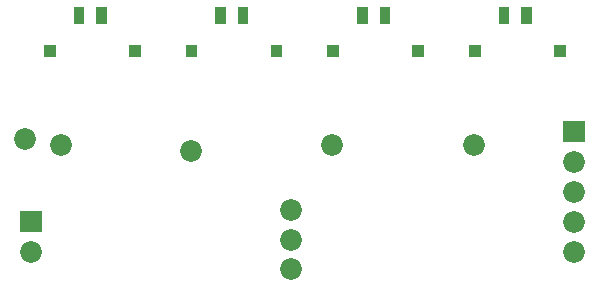
<source format=gbs>
G04 start of page 7 for group -4062 idx -4062 *
G04 Title: Das Blinkinput, soldermask *
G04 Creator: pcb 1.99z *
G04 CreationDate: Thu 04 Jun 2015 03:29:16 PM GMT UTC *
G04 For: eelco *
G04 Format: Gerber/RS-274X *
G04 PCB-Dimensions (mil): 3937.01 3937.01 *
G04 PCB-Coordinate-Origin: lower left *
%MOIN*%
%FSLAX25Y25*%
%LNBOTTOMMASK*%
%ADD47R,0.0354X0.0354*%
%ADD46C,0.0001*%
%ADD45C,0.0728*%
G54D45*X253937Y246063D03*
X206693D03*
G54D46*G36*
X283760Y254272D02*Y246988D01*
X291043D01*
Y254272D01*
X283760D01*
G37*
G54D45*X116142Y246063D03*
G54D46*G36*
X102657Y224272D02*Y216988D01*
X109941D01*
Y224272D01*
X102657D01*
G37*
G54D45*X106299Y210630D03*
X159449Y244094D03*
X104331Y248031D03*
X287402Y240630D03*
Y230630D03*
Y220630D03*
Y210630D03*
X192913Y204724D03*
Y214567D03*
Y224409D03*
G54D46*G36*
X233386Y279528D02*Y275591D01*
X237323D01*
Y279528D01*
X233386D01*
G37*
G54D47*X263976Y290354D02*Y288386D01*
X271457Y290354D02*Y288386D01*
G54D46*G36*
X252283Y279528D02*Y275591D01*
X256220D01*
Y279528D01*
X252283D01*
G37*
G36*
X280630D02*Y275591D01*
X284567D01*
Y279528D01*
X280630D01*
G37*
G54D47*X216732Y290354D02*Y288386D01*
X224213Y290354D02*Y288386D01*
G54D46*G36*
X205039Y279528D02*Y275591D01*
X208976D01*
Y279528D01*
X205039D01*
G37*
G36*
X186142D02*Y275591D01*
X190079D01*
Y279528D01*
X186142D01*
G37*
G36*
X110551D02*Y275591D01*
X114488D01*
Y279528D01*
X110551D01*
G37*
G54D47*X122244Y290354D02*Y288386D01*
X129724Y290354D02*Y288386D01*
G54D46*G36*
X138898Y279528D02*Y275591D01*
X142835D01*
Y279528D01*
X138898D01*
G37*
G36*
X157795D02*Y275591D01*
X161732D01*
Y279528D01*
X157795D01*
G37*
G54D47*X169488Y290354D02*Y288386D01*
X176969Y290354D02*Y288386D01*
M02*

</source>
